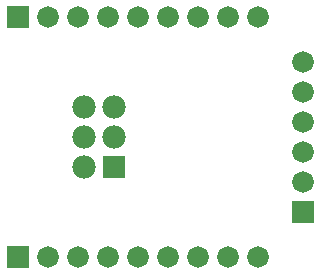
<source format=gbs>
G04*
G04 #@! TF.GenerationSoftware,Altium Limited,Altium Designer,19.1.7 (138)*
G04*
G04 Layer_Color=16711935*
%FSLAX25Y25*%
%MOIN*%
G70*
G01*
G75*
%ADD38C,0.07800*%
%ADD39R,0.07800X0.07800*%
%ADD40R,0.07200X0.07200*%
%ADD41C,0.07200*%
%ADD42R,0.07200X0.07200*%
D38*
X33031Y55276D02*
D03*
X43031D02*
D03*
X33031Y35276D02*
D03*
X43031Y45276D02*
D03*
X33031D02*
D03*
D39*
X43031Y35276D02*
D03*
D40*
X105787Y20276D02*
D03*
D41*
Y30276D02*
D03*
Y40276D02*
D03*
Y50276D02*
D03*
Y60276D02*
D03*
Y70276D02*
D03*
X91102Y85276D02*
D03*
X81102D02*
D03*
X61102D02*
D03*
X41102D02*
D03*
X31102D02*
D03*
X21102D02*
D03*
X51102D02*
D03*
X71102D02*
D03*
X91102Y5276D02*
D03*
X81102D02*
D03*
X61102D02*
D03*
X41102D02*
D03*
X31102D02*
D03*
X21102D02*
D03*
X51102D02*
D03*
X71102D02*
D03*
D42*
X11102Y85276D02*
D03*
Y5276D02*
D03*
M02*

</source>
